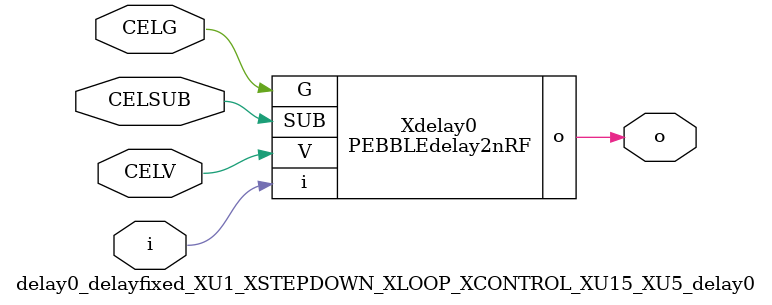
<source format=v>



module PEBBLEdelay2nRF ( o, V, G, i, SUB );

  input V;
  input i;
  input G;
  output o;
  input SUB;
endmodule

//Celera Confidential Do Not Copy delay0_delayfixed_XU1_XSTEPDOWN_XLOOP_XCONTROL_XU15_XU5_delay0
//TYPE: fixed 2ns
module delay0_delayfixed_XU1_XSTEPDOWN_XLOOP_XCONTROL_XU15_XU5_delay0 (i, CELV, o,
CELG,CELSUB);
input CELV;
input i;
output o;
input CELSUB;
input CELG;

//Celera Confidential Do Not Copy delayfast0
PEBBLEdelay2nRF Xdelay0(
.V (CELV),
.i (i),
.o (o),
.G (CELG),
.SUB (CELSUB)
);
//,diesize,PEBBLEdelay2nRF

//Celera Confidential Do Not Copy Module End
//Celera Schematic Generator
endmodule

</source>
